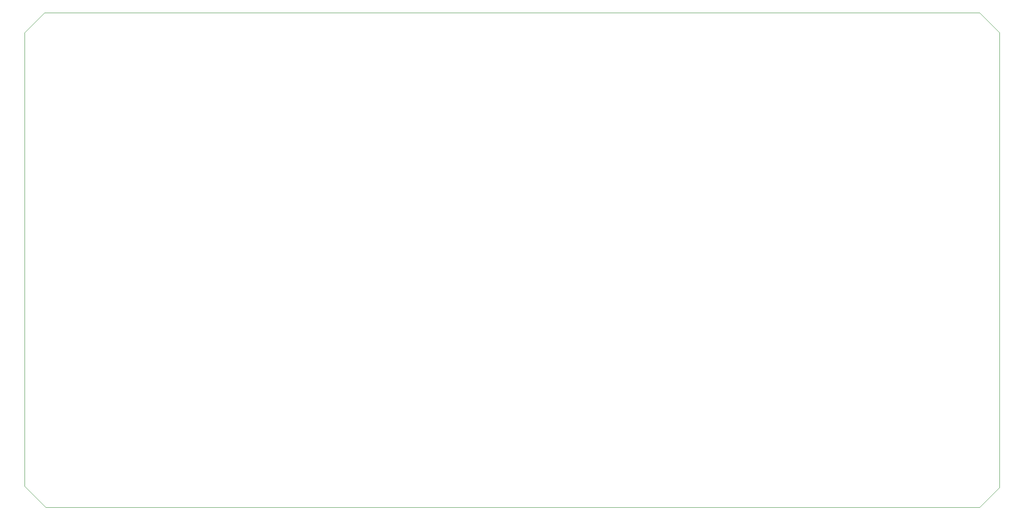
<source format=gm1>
G04 #@! TF.GenerationSoftware,KiCad,Pcbnew,6.0.7-f9a2dced07~116~ubuntu20.04.1*
G04 #@! TF.CreationDate,2022-09-18T13:16:27+08:00*
G04 #@! TF.ProjectId,keyboard v3,6b657962-6f61-4726-9420-76332e6b6963,rev?*
G04 #@! TF.SameCoordinates,Original*
G04 #@! TF.FileFunction,Profile,NP*
%FSLAX46Y46*%
G04 Gerber Fmt 4.6, Leading zero omitted, Abs format (unit mm)*
G04 Created by KiCad (PCBNEW 6.0.7-f9a2dced07~116~ubuntu20.04.1) date 2022-09-18 13:16:27*
%MOMM*%
%LPD*%
G01*
G04 APERTURE LIST*
G04 #@! TA.AperFunction,Profile*
%ADD10C,0.100000*%
G04 #@! TD*
G04 APERTURE END LIST*
D10*
X56187500Y-50350000D02*
X56187500Y-141100000D01*
X56187500Y-50350000D02*
X60187500Y-46350000D01*
X56187500Y-141100000D02*
X60437500Y-145350000D01*
X60187500Y-46350000D02*
X247187500Y-46350000D01*
X60437500Y-145350000D02*
X247187500Y-145350000D01*
X247187500Y-46350000D02*
X251187500Y-50350000D01*
X247187500Y-145350000D02*
X251187500Y-141350000D01*
X251187500Y-50350000D02*
X251187500Y-141350000D01*
M02*

</source>
